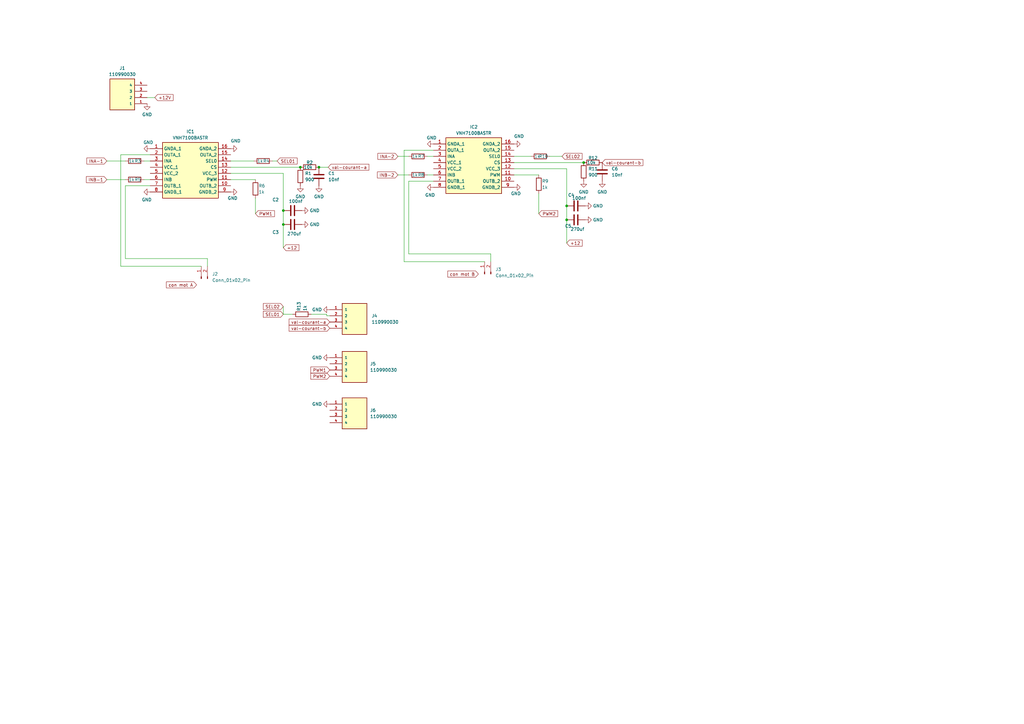
<source format=kicad_sch>
(kicad_sch (version 20230121) (generator eeschema)
  (paper "A3")
  (lib_symbols
    (symbol "110990030:110990030" (pin_names (offset 1.016))
      (property "Reference" "J" (at -5.08 5.842 0))
      (property "Value" "110990030" (at -5.08 -8.382 0))
      (symbol "110990030_0_0"
        (rectangle (start -5.08 -7.62) (end 5.08 5.08) (stroke (width 0.254)) (fill (type background)))
        (pin passive line (at -10.16 2.54 0) (length 5.08) (name "1") (number "1"))
        (pin passive line (at -10.16 0 0) (length 5.08) (name "2") (number "2"))
        (pin passive line (at -10.16 -2.54 0) (length 5.08) (name "3") (number "3"))
        (pin passive line (at -10.16 -5.08 0) (length 5.08) (name "4") (number "4"))
      )
    )
    (symbol "Connector:Conn_01x02_Pin" (pin_names (offset 1.016) hide)
      (property "Reference" "J" (at 0 2.54 0))
      (property "Value" "Conn_01x02_Pin" (at 0 -5.08 0))
      (symbol "Conn_01x02_Pin_1_1"
        (polyline (pts (xy 1.27 -2.54) (xy 0.8636 -2.54)) (stroke (width 0.1524)))
        (polyline (pts (xy 1.27 0) (xy 0.8636 0)) (stroke (width 0.1524)))
        (rectangle (start 0.8636 -2.413) (end 0 -2.667) (stroke (width 0.1524)) (fill (type outline)))
        (rectangle (start 0.8636 0.127) (end 0 -0.127) (stroke (width 0.1524)) (fill (type outline)))
        (pin passive line (at 5.08 0 180) (length 3.81) (name "Pin_1") (number "1"))
        (pin passive line (at 5.08 -2.54 180) (length 3.81) (name "Pin_2") (number "2"))
      )
    )
    (symbol "Device:C" (pin_numbers hide) (pin_names (offset 0.254))
      (property "Reference" "C" (at 0.635 2.54 0))
      (property "Value" "C" (at 0.635 -2.54 0))
      (symbol "C_0_1"
        (polyline (pts (xy -2.032 -0.762) (xy 2.032 -0.762)) (stroke (width 0.508)))
        (polyline (pts (xy -2.032 0.762) (xy 2.032 0.762)) (stroke (width 0.508)))
      )
      (symbol "C_1_1"
        (pin passive line (at 0 3.81 270) (length 2.794) (name "~") (number "1"))
        (pin passive line (at 0 -3.81 90) (length 2.794) (name "~") (number "2"))
      )
    )
    (symbol "Device:R" (pin_numbers hide) (pin_names (offset 0))
      (property "Reference" "R" (at 2.032 0 90))
      (property "Value" "R" (at 0 0 90))
      (symbol "R_0_1"
        (rectangle (start -1.016 -2.54) (end 1.016 2.54) (stroke (width 0.254)))
      )
      (symbol "R_1_1"
        (pin passive line (at 0 3.81 270) (length 1.27) (name "~") (number "1"))
        (pin passive line (at 0 -3.81 90) (length 1.27) (name "~") (number "2"))
      )
    )
    (symbol "VNH7100BASTR:VNH7100BASTR"
      (property "Reference" "IC" (at 29.21 7.62 0))
      (property "Value" "VNH7100BASTR" (at 29.21 5.08 0))
      (symbol "VNH7100BASTR_1_1"
        (rectangle (start 5.08 2.54) (end 27.94 -20.32) (stroke (width 0.254)) (fill (type background)))
        (pin passive line (at 0 0 0) (length 5.08) (name "GNDA_1") (number "1"))
        (pin passive line (at 33.02 -15.24 180) (length 5.08) (name "OUTB_2") (number "10"))
        (pin passive line (at 33.02 -12.7 180) (length 5.08) (name "PWM") (number "11"))
        (pin passive line (at 33.02 -10.16 180) (length 5.08) (name "VCC_3") (number "12"))
        (pin passive line (at 33.02 -7.62 180) (length 5.08) (name "CS") (number "13"))
        (pin passive line (at 33.02 -5.08 180) (length 5.08) (name "SEL0") (number "14"))
        (pin passive line (at 33.02 -2.54 180) (length 5.08) (name "OUTA_2") (number "15"))
        (pin passive line (at 33.02 0 180) (length 5.08) (name "GNDA_2") (number "16"))
        (pin passive line (at 0 -2.54 0) (length 5.08) (name "OUTA_1") (number "2"))
        (pin passive line (at 0 -5.08 0) (length 5.08) (name "INA") (number "3"))
        (pin passive line (at 0 -7.62 0) (length 5.08) (name "VCC_1") (number "4"))
        (pin passive line (at 0 -10.16 0) (length 5.08) (name "VCC_2") (number "5"))
        (pin passive line (at 0 -12.7 0) (length 5.08) (name "INB") (number "6"))
        (pin passive line (at 0 -15.24 0) (length 5.08) (name "OUTB_1") (number "7"))
        (pin passive line (at 0 -17.78 0) (length 5.08) (name "GNDB_1") (number "8"))
        (pin passive line (at 33.02 -17.78 180) (length 5.08) (name "GNDB_2") (number "9"))
      )
    )
    (symbol "power:GND" (power) (pin_names (offset 0))
      (property "Value" "GND" (at 0 -3.81 0))
      (symbol "GND_0_1"
        (polyline (pts (xy 0 0) (xy 0 -1.27) (xy 1.27 -1.27) (xy 0 -2.54) (xy -1.27 -1.27) (xy 0 -1.27)))
      )
      (symbol "GND_1_1"
        (pin power_in line (at 0 0 270) (length 0) hide (name "GND") (number "1"))
      )
    )
  )
  (junction (at 239.395 66.675))
  (junction (at 116.205 92.075))
  (junction (at 232.41 84.455))
  (junction (at 116.205 86.36))
  (junction (at 232.41 90.17))
  (junction (at 130.81 68.58))
  (junction (at 123.19 68.58))
  (wire (pts (xy 94.615 71.12) (xy 116.205 71.12)))
  (wire (pts (xy 60.325 40.005) (xy 63.5 40.005)))
  (wire (pts (xy 210.82 69.215) (xy 232.41 69.215)))
  (wire (pts (xy 232.41 90.17) (xy 232.41 99.695)))
  (wire (pts (xy 116.205 128.905) (xy 120.015 128.905)))
  (wire (pts (xy 201.295 104.14) (xy 201.295 107.315)))
  (wire (pts (xy 175.26 64.135) (xy 177.8 64.135)))
  (wire (pts (xy 59.055 66.04) (xy 61.595 66.04)))
  (wire (pts (xy 163.195 71.755) (xy 167.64 71.755)))
  (wire (pts (xy 61.595 76.2) (xy 51.435 76.2)))
  (wire (pts (xy 163.195 64.135) (xy 167.64 64.135)))
  (wire (pts (xy 232.41 69.215) (xy 232.41 84.455)))
  (wire (pts (xy 210.82 66.675) (xy 239.395 66.675)))
  (wire (pts (xy 210.82 71.755) (xy 220.98 71.755)))
  (wire (pts (xy 167.64 104.14) (xy 201.295 104.14)))
  (wire (pts (xy 165.735 61.595) (xy 165.735 107.315)))
  (wire (pts (xy 177.8 74.295) (xy 167.64 74.295)))
  (wire (pts (xy 43.815 66.04) (xy 51.435 66.04)))
  (wire (pts (xy 49.53 63.5) (xy 49.53 109.22)))
  (wire (pts (xy 51.435 106.045) (xy 85.09 106.045)))
  (wire (pts (xy 94.615 73.66) (xy 104.775 73.66)))
  (wire (pts (xy 210.82 64.135) (xy 217.805 64.135)))
  (wire (pts (xy 51.435 76.2) (xy 51.435 106.045)))
  (wire (pts (xy 127.635 128.905) (xy 133.985 128.905)))
  (wire (pts (xy 175.26 71.755) (xy 177.8 71.755)))
  (wire (pts (xy 111.76 66.04) (xy 113.665 66.04)))
  (wire (pts (xy 59.055 73.66) (xy 61.595 73.66)))
  (wire (pts (xy 232.41 84.455) (xy 232.41 90.17)))
  (wire (pts (xy 61.595 63.5) (xy 49.53 63.5)))
  (wire (pts (xy 133.985 129.54) (xy 135.255 129.54)))
  (wire (pts (xy 130.81 68.58) (xy 134.62 68.58)))
  (wire (pts (xy 116.205 86.36) (xy 116.205 92.075)))
  (wire (pts (xy 104.775 81.28) (xy 104.775 87.63)))
  (wire (pts (xy 225.425 64.135) (xy 230.505 64.135)))
  (wire (pts (xy 43.815 73.66) (xy 51.435 73.66)))
  (wire (pts (xy 116.205 125.73) (xy 116.205 128.905)))
  (wire (pts (xy 94.615 68.58) (xy 123.19 68.58)))
  (wire (pts (xy 167.64 74.295) (xy 167.64 104.14)))
  (wire (pts (xy 49.53 109.22) (xy 82.55 109.22)))
  (wire (pts (xy 94.615 66.04) (xy 104.14 66.04)))
  (wire (pts (xy 165.735 107.315) (xy 198.755 107.315)))
  (wire (pts (xy 133.985 128.905) (xy 133.985 129.54)))
  (wire (pts (xy 220.98 79.375) (xy 220.98 87.63)))
  (wire (pts (xy 177.8 61.595) (xy 165.735 61.595)))
  (wire (pts (xy 116.205 92.075) (xy 116.205 101.6)))
  (wire (pts (xy 85.09 106.045) (xy 85.09 109.22)))
  (wire (pts (xy 116.205 71.12) (xy 116.205 86.36)))
  (global_label "con mot B" (shape input) (at 196.215 112.395 180) (property "Intersheetrefs" "${INTERSHEET_REFS}" (effects hide)))
  (global_label "INA-1" (shape input) (at 43.815 66.04 180) (property "Intersheetrefs" "${INTERSHEET_REFS}" (effects hide)))
  (global_label "PWM2" (shape input) (at 220.98 87.63 0) (property "Intersheetrefs" "${INTERSHEET_REFS}" (effects hide)))
  (global_label "val-courant-a" (shape input) (at 134.62 68.58 0) (property "Intersheetrefs" "${INTERSHEET_REFS}" (effects hide)))
  (global_label "con mot A" (shape input) (at 80.645 116.84 180) (property "Intersheetrefs" "${INTERSHEET_REFS}" (effects hide)))
  (global_label "val-courant-b" (shape input) (at 135.255 134.62 180) (property "Intersheetrefs" "${INTERSHEET_REFS}" (effects hide)))
  (global_label "SEL01" (shape input) (at 113.665 66.04 0) (property "Intersheetrefs" "${INTERSHEET_REFS}" (effects hide)))
  (global_label "SEL02" (shape input) (at 116.205 125.73 180) (property "Intersheetrefs" "${INTERSHEET_REFS}" (effects hide)))
  (global_label "+12V" (shape input) (at 63.5 40.005 0) (property "Intersheetrefs" "${INTERSHEET_REFS}" (effects hide)))
  (global_label "SEL01" (shape input) (at 116.205 128.905 180) (property "Intersheetrefs" "${INTERSHEET_REFS}" (effects hide)))
  (global_label "SEL02" (shape input) (at 230.505 64.135 0) (property "Intersheetrefs" "${INTERSHEET_REFS}" (effects hide)))
  (global_label "INA-2" (shape input) (at 163.195 64.135 180) (property "Intersheetrefs" "${INTERSHEET_REFS}" (effects hide)))
  (global_label "PWM1" (shape input) (at 135.255 151.765 180) (property "Intersheetrefs" "${INTERSHEET_REFS}" (effects hide)))
  (global_label "PWM1" (shape input) (at 104.775 87.63 0) (property "Intersheetrefs" "${INTERSHEET_REFS}" (effects hide)))
  (global_label "PWM2" (shape input) (at 135.255 154.305 180) (property "Intersheetrefs" "${INTERSHEET_REFS}" (effects hide)))
  (global_label "+12" (shape input) (at 232.41 99.695 0) (property "Intersheetrefs" "${INTERSHEET_REFS}" (effects hide)))
  (global_label "INB-1" (shape input) (at 43.815 73.66 180) (property "Intersheetrefs" "${INTERSHEET_REFS}" (effects hide)))
  (global_label "val-courant-a" (shape input) (at 135.255 132.08 180) (property "Intersheetrefs" "${INTERSHEET_REFS}" (effects hide)))
  (global_label "INB-2" (shape input) (at 163.195 71.755 180) (property "Intersheetrefs" "${INTERSHEET_REFS}" (effects hide)))
  (global_label "val-courant-b" (shape input) (at 247.015 66.675 0) (property "Intersheetrefs" "${INTERSHEET_REFS}" (effects hide)))
  (global_label "+12" (shape input) (at 116.205 101.6 0) (property "Intersheetrefs" "${INTERSHEET_REFS}" (effects hide)))
  (symbol (lib_id "110990030:110990030") (at 145.415 149.225 0) (unit 1)
    (property "Reference" "J5" (at 151.765 149.225 0) (effects (justify left)))
    (property "Value" "110990030" (at 151.765 151.765 0) (effects (justify left)))
    (property "Description" "\n" (effects hide))
  )
  (symbol (lib_id "Device:R") (at 123.19 72.39 0) (unit 1)
    (property "Reference" "R1" (at 125.095 71.12 0) (effects (justify left)))
    (property "Value" "900" (at 125.095 73.66 0) (effects (justify left)))
  )
  (symbol (lib_id "Device:R") (at 239.395 70.485 0) (unit 1)
    (property "Reference" "R11" (at 241.3 69.215 0) (effects (justify left)))
    (property "Value" "900" (at 241.3 71.755 0) (effects (justify left)))
  )
  (symbol (lib_id "Device:C") (at 236.22 84.455 90) (unit 1)
    (property "Reference" "C4" (at 234.315 80.01 90))
    (property "Value" "100nf" (at 237.49 81.28 90))
  )
  (symbol (lib_id "Connector:Conn_01x02_Pin") (at 198.755 112.395 90) (unit 1)
    (property "Reference" "J3" (at 203.2 110.49 90) (effects (justify right)))
    (property "Value" "Conn_01x02_Pin" (at 203.2 113.03 90) (effects (justify right)))
  )
  (symbol (lib_id "Connector:Conn_01x02_Pin") (at 82.55 114.3 90) (unit 1)
    (property "Reference" "J2" (at 86.995 112.395 90) (effects (justify right)))
    (property "Value" "Conn_01x02_Pin" (at 86.995 114.935 90) (effects (justify right)))
  )
  (symbol (lib_id "power:GND") (at 240.03 84.455 90) (unit 1)
    (property "Reference" "#PWR015" (effects hide))
    (property "Value" "GND" (at 243.205 84.455 90) (effects (justify right)))
  )
  (symbol (lib_id "Device:C") (at 120.015 92.075 90) (unit 1)
    (property "Reference" "C3" (at 113.03 95.25 90))
    (property "Value" "270uf" (at 120.65 95.885 90))
  )
  (symbol (lib_id "power:GND") (at 135.255 165.735 270) (unit 1)
    (property "Reference" "#PWR020" (effects hide))
    (property "Value" "GND" (at 132.08 165.735 90) (effects (justify right)))
  )
  (symbol (lib_id "power:GND") (at 123.825 92.075 90) (unit 1)
    (property "Reference" "#PWR08" (effects hide))
    (property "Value" "GND" (at 127 92.075 90) (effects (justify right)))
  )
  (symbol (lib_id "power:GND") (at 61.595 60.96 270) (unit 1)
    (property "Reference" "#PWR02" (effects hide))
    (property "Value" "GND" (at 62.865 58.42 90) (effects (justify right)))
  )
  (symbol (lib_id "Device:C") (at 120.015 86.36 90) (unit 1)
    (property "Reference" "C2" (at 113.03 81.915 90))
    (property "Value" "100nf" (at 121.285 82.55 90))
  )
  (symbol (lib_id "110990030:110990030") (at 50.165 40.005 180) (unit 1)
    (property "Reference" "J1" (at 50.165 27.94 0))
    (property "Value" "110990030" (at 50.165 30.48 0))
    (property "Description" "\n" (effects hide))
  )
  (symbol (lib_id "power:GND") (at 177.8 76.835 270) (unit 1)
    (property "Reference" "#PWR011" (effects hide))
    (property "Value" "GND" (at 178.435 80.01 90) (effects (justify right)))
  )
  (symbol (lib_id "power:GND") (at 94.615 78.74 90) (unit 1)
    (property "Reference" "#PWR09" (effects hide))
    (property "Value" "GND" (at 93.345 81.28 90) (effects (justify right)))
  )
  (symbol (lib_id "Device:R") (at 55.245 66.04 90) (unit 1)
    (property "Reference" "R3" (at 56.515 66.04 90))
    (property "Value" "1k" (at 53.975 66.04 90))
  )
  (symbol (lib_id "power:GND") (at 130.81 76.2 0) (unit 1)
    (property "Reference" "#PWR06" (effects hide))
    (property "Value" "GND" (at 130.81 80.645 0))
  )
  (symbol (lib_id "Device:R") (at 171.45 71.755 90) (unit 1)
    (property "Reference" "R8" (at 172.72 71.755 90))
    (property "Value" "1k" (at 170.18 71.755 90))
  )
  (symbol (lib_id "power:GND") (at 123.19 76.2 0) (unit 1)
    (property "Reference" "#PWR05" (effects hide))
    (property "Value" "GND" (at 123.19 80.645 0))
  )
  (symbol (lib_id "Device:R") (at 220.98 75.565 0) (unit 1)
    (property "Reference" "R9" (at 222.25 74.295 0) (effects (justify left)))
    (property "Value" "1k" (at 222.25 76.835 0) (effects (justify left)))
  )
  (symbol (lib_id "Device:C") (at 236.22 90.17 90) (unit 1)
    (property "Reference" "C5" (at 233.045 92.71 90))
    (property "Value" "270uf" (at 236.855 93.98 90))
  )
  (symbol (lib_id "power:GND") (at 135.255 146.685 270) (unit 1)
    (property "Reference" "#PWR019" (effects hide))
    (property "Value" "GND" (at 132.08 146.685 90) (effects (justify right)))
  )
  (symbol (lib_id "110990030:110990030") (at 145.415 129.54 0) (unit 1)
    (property "Reference" "J4" (at 152.4 129.54 0) (effects (justify left)))
    (property "Value" "110990030" (at 152.4 132.08 0) (effects (justify left)))
    (property "Description" "\n" (effects hide))
  )
  (symbol (lib_id "Device:R") (at 104.775 77.47 0) (unit 1)
    (property "Reference" "R6" (at 106.045 76.2 0) (effects (justify left)))
    (property "Value" "1k" (at 106.045 78.74 0) (effects (justify left)))
  )
  (symbol (lib_id "Device:C") (at 130.81 72.39 0) (unit 1)
    (property "Reference" "C1" (at 134.62 71.12 0) (effects (justify left)))
    (property "Value" "10nf" (at 134.62 73.66 0) (effects (justify left)))
  )
  (symbol (lib_id "VNH7100BASTR:VNH7100BASTR") (at 177.8 59.055 0) (unit 1)
    (property "Reference" "IC2" (at 194.31 52.07 0))
    (property "Value" "VNH7100BASTR" (at 194.31 54.61 0))
    (property "Footprint" "SOIC127P600X175-16N" (effects hide))
    (property "Datasheet" "https://www.st.com/resource/en/datasheet/dm00314832.pdf" (effects hide))
    (property "Height" "1.75" (effects hide))
    (property "Manufacturer_Name" "STMicroelectronics" (effects hide))
    (property "Manufacturer_Part_Number" "VNH7100BASTR" (effects hide))
    (property "Mouser Part Number" "511-VNH7100BASTR" (effects hide))
    (property "Mouser Price/Stock" "https://www.mouser.co.uk/ProductDetail/STMicroelectronics/VNH7100BASTR?qs=5aG0NVq1C4zGSYti1WIHtQ%3D%3D" (effects hide))
    (property "Arrow Part Number" "VNH7100BASTR" (effects hide))
    (property "Arrow Price/Stock" "https://www.arrow.com/en/products/vnh7100bastr/stmicroelectronics?region=nac" (effects hide))
  )
  (symbol (lib_id "Device:R") (at 221.615 64.135 90) (unit 1)
    (property "Reference" "R10" (at 222.885 64.135 90))
    (property "Value" "1k" (at 220.345 64.135 90))
  )
  (symbol (lib_id "Device:R") (at 243.205 66.675 90) (unit 1)
    (property "Reference" "R12" (at 243.205 64.77 90))
    (property "Value" "10k" (at 242.57 66.675 90))
  )
  (symbol (lib_id "power:GND") (at 247.015 74.295 0) (unit 1)
    (property "Reference" "#PWR017" (effects hide))
    (property "Value" "GND" (at 247.015 78.74 0))
  )
  (symbol (lib_id "VNH7100BASTR:VNH7100BASTR") (at 61.595 60.96 0) (unit 1)
    (property "Reference" "IC1" (at 78.105 53.975 0))
    (property "Value" "VNH7100BASTR" (at 78.105 56.515 0))
    (property "Footprint" "SOIC127P600X175-16N" (effects hide))
    (property "Datasheet" "https://www.st.com/resource/en/datasheet/dm00314832.pdf" (effects hide))
    (property "Height" "1.75" (effects hide))
    (property "Manufacturer_Name" "STMicroelectronics" (effects hide))
    (property "Manufacturer_Part_Number" "VNH7100BASTR" (effects hide))
    (property "Mouser Part Number" "511-VNH7100BASTR" (effects hide))
    (property "Mouser Price/Stock" "https://www.mouser.co.uk/ProductDetail/STMicroelectronics/VNH7100BASTR?qs=5aG0NVq1C4zGSYti1WIHtQ%3D%3D" (effects hide))
    (property "Arrow Part Number" "VNH7100BASTR" (effects hide))
    (property "Arrow Price/Stock" "https://www.arrow.com/en/products/vnh7100bastr/stmicroelectronics?region=nac" (effects hide))
  )
  (symbol (lib_id "power:GND") (at 210.82 59.055 90) (unit 1)
    (property "Reference" "#PWR012" (effects hide))
    (property "Value" "GND" (at 210.82 55.88 90) (effects (justify right)))
  )
  (symbol (lib_id "Device:C") (at 247.015 70.485 0) (unit 1)
    (property "Reference" "C6" (at 250.825 69.215 0) (effects (justify left)))
    (property "Value" "10nf" (at 250.825 71.755 0) (effects (justify left)))
  )
  (symbol (lib_id "Device:R") (at 107.95 66.04 90) (unit 1)
    (property "Reference" "R4" (at 109.22 66.04 90))
    (property "Value" "1k" (at 106.68 66.04 90))
  )
  (symbol (lib_id "power:GND") (at 94.615 60.96 90) (unit 1)
    (property "Reference" "#PWR03" (effects hide))
    (property "Value" "GND" (at 94.615 57.785 90) (effects (justify right)))
  )
  (symbol (lib_id "Device:R") (at 55.245 73.66 90) (unit 1)
    (property "Reference" "R5" (at 56.515 73.66 90))
    (property "Value" "1k" (at 53.975 73.66 90))
  )
  (symbol (lib_id "power:GND") (at 123.825 86.36 90) (unit 1)
    (property "Reference" "#PWR07" (effects hide))
    (property "Value" "GND" (at 127 86.36 90) (effects (justify right)))
  )
  (symbol (lib_id "power:GND") (at 61.595 78.74 270) (unit 1)
    (property "Reference" "#PWR04" (effects hide))
    (property "Value" "GND" (at 62.23 81.915 90) (effects (justify right)))
  )
  (symbol (lib_id "power:GND") (at 239.395 74.295 0) (unit 1)
    (property "Reference" "#PWR014" (effects hide))
    (property "Value" "GND" (at 239.395 78.74 0))
  )
  (symbol (lib_id "Device:R") (at 123.825 128.905 90) (unit 1)
    (property "Reference" "R13" (at 122.555 127.635 0) (effects (justify left)))
    (property "Value" "1k" (at 125.095 127.635 0) (effects (justify left)))
  )
  (symbol (lib_id "power:GND") (at 177.8 59.055 270) (unit 1)
    (property "Reference" "#PWR010" (effects hide))
    (property "Value" "GND" (at 179.07 56.515 90) (effects (justify right)))
  )
  (symbol (lib_id "110990030:110990030") (at 145.415 168.275 0) (unit 1)
    (property "Reference" "J6" (at 151.765 168.275 0) (effects (justify left)))
    (property "Value" "110990030" (at 151.765 170.815 0) (effects (justify left)))
    (property "Description" "\n" (effects hide))
  )
  (symbol (lib_id "Device:R") (at 171.45 64.135 90) (unit 1)
    (property "Reference" "R7" (at 172.72 64.135 90))
    (property "Value" "1k" (at 170.18 64.135 90))
  )
  (symbol (lib_id "power:GND") (at 210.82 76.835 90) (unit 1)
    (property "Reference" "#PWR013" (effects hide))
    (property "Value" "GND" (at 209.55 79.375 90) (effects (justify right)))
  )
  (symbol (lib_id "Device:R") (at 127 68.58 90) (unit 1)
    (property "Reference" "R2" (at 127 66.675 90))
    (property "Value" "10k" (at 126.365 68.58 90))
  )
  (symbol (lib_id "power:GND") (at 135.255 127 270) (unit 1)
    (property "Reference" "#PWR018" (effects hide))
    (property "Value" "GND" (at 132.08 127 90) (effects (justify right)))
  )
  (symbol (lib_id "power:GND") (at 60.325 42.545 0) (unit 1)
    (property "Reference" "#PWR01" (effects hide))
    (property "Value" "GND" (at 60.325 46.99 0))
  )
  (symbol (lib_id "power:GND") (at 240.03 90.17 90) (unit 1)
    (property "Reference" "#PWR016" (effects hide))
    (property "Value" "GND" (at 243.205 90.17 90) (effects (justify right)))
  )
)
</source>
